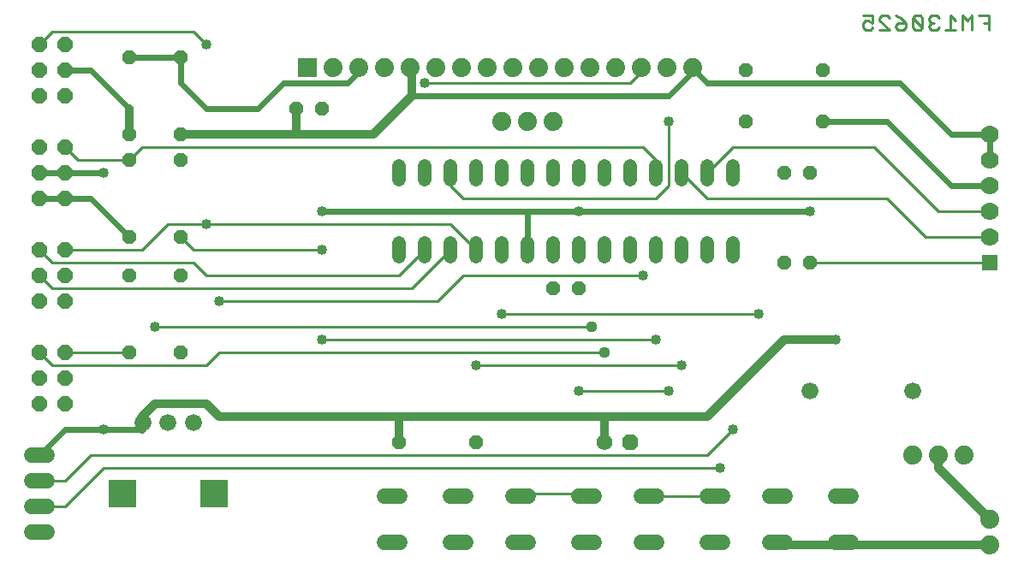
<source format=gbl>
G75*
G70*
%OFA0B0*%
%FSLAX24Y24*%
%IPPOS*%
%LPD*%
%AMOC8*
5,1,8,0,0,1.08239X$1,22.5*
%
%ADD10C,0.0110*%
%ADD11R,0.0740X0.0740*%
%ADD12C,0.0740*%
%ADD13C,0.0520*%
%ADD14OC8,0.0520*%
%ADD15OC8,0.0620*%
%ADD16C,0.0620*%
%ADD17C,0.0660*%
%ADD18R,0.1102X0.1102*%
%ADD19R,0.0594X0.0594*%
%ADD20C,0.0700*%
%ADD21C,0.0600*%
%ADD22OC8,0.0600*%
%ADD23C,0.0240*%
%ADD24C,0.0320*%
%ADD25C,0.0400*%
%ADD26C,0.0100*%
%ADD27C,0.0440*%
D10*
X040799Y030047D02*
X040897Y029948D01*
X041094Y029948D01*
X041193Y030047D01*
X041193Y030244D02*
X040996Y030342D01*
X040897Y030342D01*
X040799Y030244D01*
X040799Y030047D01*
X041193Y030244D02*
X041193Y030539D01*
X040799Y030539D01*
X041444Y030440D02*
X041542Y030539D01*
X041739Y030539D01*
X041837Y030440D01*
X042088Y030539D02*
X042285Y030440D01*
X042482Y030244D01*
X042187Y030244D01*
X042088Y030145D01*
X042088Y030047D01*
X042187Y029948D01*
X042383Y029948D01*
X042482Y030047D01*
X042482Y030244D01*
X042733Y030440D02*
X043126Y030047D01*
X043028Y029948D01*
X042831Y029948D01*
X042733Y030047D01*
X042733Y030440D01*
X042831Y030539D01*
X043028Y030539D01*
X043126Y030440D01*
X043126Y030047D01*
X043377Y030047D02*
X043476Y029948D01*
X043672Y029948D01*
X043771Y030047D01*
X044022Y029948D02*
X044415Y029948D01*
X044219Y029948D02*
X044219Y030539D01*
X044415Y030342D01*
X044666Y030539D02*
X044666Y029948D01*
X045060Y029948D02*
X045060Y030539D01*
X044863Y030342D01*
X044666Y030539D01*
X045311Y030539D02*
X045705Y030539D01*
X045705Y029948D01*
X045705Y030244D02*
X045508Y030244D01*
X043771Y030440D02*
X043672Y030539D01*
X043476Y030539D01*
X043377Y030440D01*
X043377Y030342D01*
X043476Y030244D01*
X043377Y030145D01*
X043377Y030047D01*
X043476Y030244D02*
X043574Y030244D01*
X041837Y029948D02*
X041444Y030342D01*
X041444Y030440D01*
X041444Y029948D02*
X041837Y029948D01*
D11*
X019161Y028496D03*
D12*
X020161Y028496D03*
X021161Y028496D03*
X022161Y028496D03*
X023161Y028496D03*
X024161Y028496D03*
X025161Y028496D03*
X026161Y028496D03*
X027161Y028496D03*
X028161Y028496D03*
X029161Y028496D03*
X030161Y028496D03*
X031161Y028496D03*
X032161Y028496D03*
X033161Y028496D03*
X034161Y028496D03*
X028760Y026393D03*
X027760Y026393D03*
X026760Y026393D03*
X042760Y013393D03*
X043760Y013393D03*
X044760Y013393D03*
X045760Y010893D03*
X045760Y009893D03*
D13*
X035760Y021133D02*
X035760Y021653D01*
X034760Y021653D02*
X034760Y021133D01*
X033760Y021133D02*
X033760Y021653D01*
X032760Y021653D02*
X032760Y021133D01*
X031760Y021133D02*
X031760Y021653D01*
X030760Y021653D02*
X030760Y021133D01*
X029760Y021133D02*
X029760Y021653D01*
X028760Y021653D02*
X028760Y021133D01*
X027760Y021133D02*
X027760Y021653D01*
X026760Y021653D02*
X026760Y021133D01*
X025760Y021133D02*
X025760Y021653D01*
X024760Y021653D02*
X024760Y021133D01*
X023760Y021133D02*
X023760Y021653D01*
X022760Y021653D02*
X022760Y021133D01*
X022760Y024133D02*
X022760Y024653D01*
X023760Y024653D02*
X023760Y024133D01*
X024760Y024133D02*
X024760Y024653D01*
X025760Y024653D02*
X025760Y024133D01*
X026760Y024133D02*
X026760Y024653D01*
X027760Y024653D02*
X027760Y024133D01*
X028760Y024133D02*
X028760Y024653D01*
X029760Y024653D02*
X029760Y024133D01*
X030760Y024133D02*
X030760Y024653D01*
X031760Y024653D02*
X031760Y024133D01*
X032760Y024133D02*
X032760Y024653D01*
X033760Y024653D02*
X033760Y024133D01*
X034760Y024133D02*
X034760Y024653D01*
X035760Y024653D02*
X035760Y024133D01*
D14*
X037760Y024393D03*
X038760Y024393D03*
X039260Y026393D03*
X039260Y028393D03*
X036260Y028393D03*
X036260Y026393D03*
X037760Y020893D03*
X038760Y020893D03*
X029760Y019893D03*
X028760Y019893D03*
X025760Y013893D03*
X022760Y013893D03*
X014260Y017393D03*
X012260Y017393D03*
X012260Y020393D03*
X012260Y021893D03*
X014260Y021893D03*
X014260Y020393D03*
X014260Y024893D03*
X014260Y025893D03*
X012260Y025893D03*
X012260Y024893D03*
X012260Y028893D03*
X014260Y028893D03*
X018760Y026893D03*
X019760Y026893D03*
D15*
X031760Y013893D03*
D16*
X030760Y013893D03*
D17*
X038760Y015893D03*
X042760Y015893D03*
X014744Y014649D03*
X013760Y014649D03*
X012775Y014649D03*
D18*
X011988Y011893D03*
X015531Y011893D03*
D19*
X045760Y020893D03*
D20*
X045760Y021893D03*
X045760Y022893D03*
X045760Y023893D03*
X045760Y024893D03*
X045760Y025893D03*
D21*
X009060Y010393D02*
X008460Y010393D01*
X008460Y011393D02*
X009060Y011393D01*
X009060Y012393D02*
X008460Y012393D01*
X008460Y013393D02*
X009060Y013393D01*
X022180Y011783D02*
X022780Y011783D01*
X024740Y011783D02*
X025340Y011783D01*
X027180Y011783D02*
X027780Y011783D01*
X029740Y011783D02*
X030340Y011783D01*
X032180Y011783D02*
X032780Y011783D01*
X034740Y011783D02*
X035340Y011783D01*
X037180Y011783D02*
X037780Y011783D01*
X039740Y011783D02*
X040340Y011783D01*
X040340Y010003D02*
X039740Y010003D01*
X037780Y010003D02*
X037180Y010003D01*
X035340Y010003D02*
X034740Y010003D01*
X032780Y010003D02*
X032180Y010003D01*
X030340Y010003D02*
X029740Y010003D01*
X027780Y010003D02*
X027180Y010003D01*
X025340Y010003D02*
X024740Y010003D01*
X022780Y010003D02*
X022180Y010003D01*
D22*
X009760Y015393D03*
X009760Y016393D03*
X008760Y016393D03*
X008760Y015393D03*
X008760Y017393D03*
X009760Y017393D03*
X009760Y019393D03*
X008760Y019393D03*
X008760Y020393D03*
X009760Y020393D03*
X009760Y021393D03*
X008760Y021393D03*
X008760Y023393D03*
X009760Y023393D03*
X009760Y024393D03*
X009760Y025393D03*
X008760Y025393D03*
X008760Y024393D03*
X008760Y027393D03*
X009760Y027393D03*
X009760Y028393D03*
X008760Y028393D03*
X008760Y029393D03*
X009760Y029393D03*
D23*
X009760Y028393D02*
X010760Y028393D01*
X012260Y026893D01*
X014260Y027893D02*
X014260Y028893D01*
X012260Y028893D01*
X014260Y027893D02*
X015260Y026893D01*
X017260Y026893D01*
X018260Y027893D01*
X020760Y027893D01*
X021260Y028393D01*
X021260Y028397D01*
X021161Y028496D01*
X023161Y028496D02*
X023260Y028397D01*
X023260Y027393D02*
X033260Y027393D01*
X034260Y028393D01*
X034161Y028496D01*
X034260Y028393D02*
X034760Y027893D01*
X042260Y027893D01*
X044260Y025893D01*
X045760Y025893D01*
X045760Y024893D01*
X045760Y023893D02*
X044260Y023893D01*
X041760Y026393D01*
X039260Y026393D01*
X038760Y022893D02*
X029760Y022893D01*
X027760Y022893D01*
X019760Y022893D01*
X012260Y021893D02*
X010760Y023393D01*
X009760Y023393D01*
X008760Y023393D01*
X008760Y024393D02*
X009760Y024393D01*
X011260Y024393D01*
X012775Y014649D02*
X012775Y014409D01*
X012760Y014393D01*
X011260Y014393D01*
X009760Y014393D01*
X008760Y013393D01*
X027760Y021393D02*
X027760Y022893D01*
X040150Y010003D02*
X040260Y009893D01*
D24*
X040040Y010003D01*
X039760Y009893D01*
X037760Y009893D01*
X037480Y010003D01*
X040040Y010003D02*
X040150Y010003D01*
X040260Y009893D02*
X045760Y009893D01*
X045760Y010893D02*
X043760Y012893D01*
X043760Y013393D01*
X039760Y017893D02*
X037760Y017893D01*
X034760Y014893D01*
X030760Y014893D01*
X030760Y013893D01*
X030760Y014893D02*
X022760Y014893D01*
X015760Y014893D01*
X015260Y015393D01*
X013260Y015393D01*
X012760Y014893D01*
X012760Y014393D01*
X022760Y013893D02*
X022760Y014893D01*
X021760Y025893D02*
X018760Y025893D01*
X018760Y026893D01*
X018760Y025893D02*
X014260Y025893D01*
X012260Y025893D02*
X012260Y026893D01*
X021760Y025893D02*
X023260Y027393D01*
X023260Y028397D01*
D25*
X023760Y027893D03*
X019760Y022893D03*
X019760Y021393D03*
X015760Y019393D03*
X013260Y018393D03*
X011260Y014393D03*
X019760Y017893D03*
X025760Y016893D03*
X026760Y018893D03*
X029760Y015893D03*
X032760Y017893D03*
X033760Y016893D03*
X033260Y015893D03*
X035760Y014393D03*
X035260Y012893D03*
X039760Y017893D03*
X036760Y018893D03*
X032260Y020393D03*
X029760Y022893D03*
X033260Y026393D03*
X038760Y022893D03*
X015260Y022393D03*
X011260Y024393D03*
X015260Y029393D03*
D26*
X014760Y029893D01*
X009260Y029893D01*
X008760Y029393D01*
X009760Y025393D02*
X010260Y024893D01*
X012260Y024893D01*
X012760Y025393D01*
X032260Y025393D01*
X032760Y024893D01*
X032760Y024393D01*
X033260Y023893D02*
X032760Y023393D01*
X025260Y023393D01*
X024760Y023893D01*
X024760Y024393D01*
X024760Y022393D02*
X015260Y022393D01*
X013760Y022393D01*
X012760Y021393D01*
X009760Y021393D01*
X009260Y020893D02*
X008760Y021393D01*
X009260Y020893D02*
X014760Y020893D01*
X015260Y020393D01*
X022760Y020393D01*
X023760Y021393D01*
X024760Y021393D02*
X023260Y019893D01*
X009260Y019893D01*
X008760Y020393D01*
X008760Y017393D02*
X009260Y016893D01*
X015260Y016893D01*
X015760Y017393D01*
X030760Y017393D01*
X030260Y018393D02*
X013260Y018393D01*
X012260Y017393D02*
X009760Y017393D01*
X010760Y013393D02*
X009760Y012393D01*
X008760Y012393D01*
X008760Y011393D02*
X009760Y011393D01*
X011260Y012893D01*
X035260Y012893D01*
X034760Y013393D02*
X035760Y014393D01*
X034760Y013393D02*
X010760Y013393D01*
X015760Y019393D02*
X024260Y019393D01*
X025260Y020393D01*
X032260Y020393D01*
X032760Y017893D02*
X019760Y017893D01*
X019760Y021393D02*
X014760Y021393D01*
X014260Y021893D01*
X023760Y027893D02*
X031760Y027893D01*
X032260Y028393D01*
X032161Y028496D01*
X033260Y026393D02*
X033260Y023893D01*
X033760Y024393D02*
X034760Y023393D01*
X041760Y023393D01*
X043260Y021893D01*
X045760Y021893D01*
X045760Y020893D02*
X038760Y020893D01*
X036760Y018893D02*
X026760Y018893D01*
X025760Y016893D02*
X033760Y016893D01*
X033260Y015893D02*
X029760Y015893D01*
X029760Y011893D02*
X027760Y011893D01*
X027480Y011783D01*
X029760Y011893D02*
X030040Y011783D01*
X032480Y011783D02*
X035040Y011783D01*
X025760Y021393D02*
X024760Y022393D01*
X034760Y024393D02*
X035760Y025393D01*
X041260Y025393D01*
X043760Y022893D01*
X045760Y022893D01*
D27*
X030760Y017393D03*
X030260Y018393D03*
M02*

</source>
